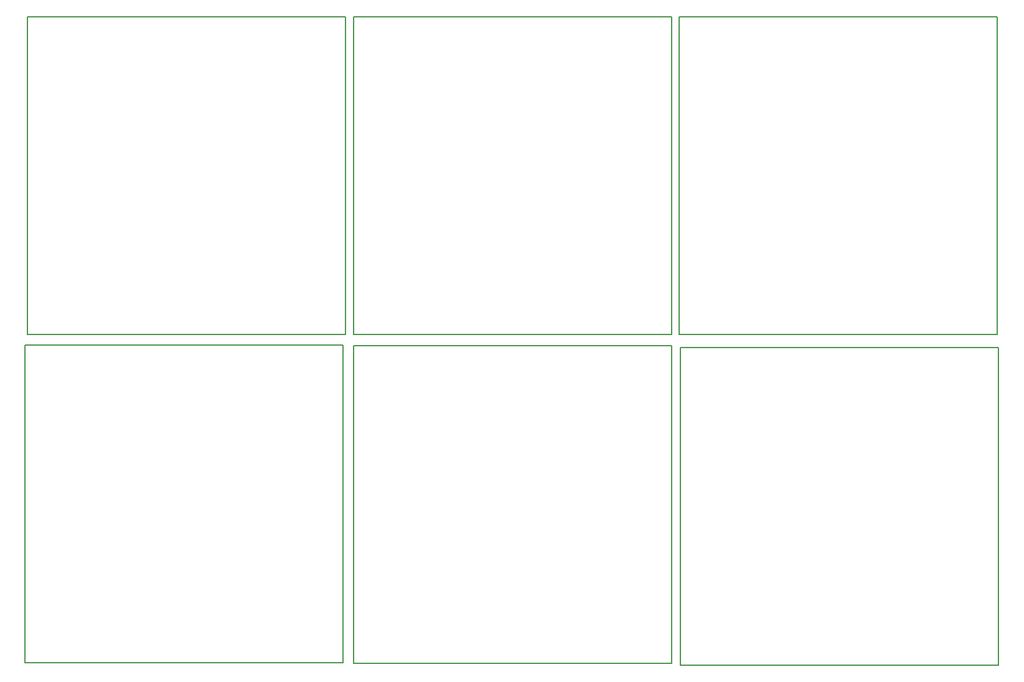
<source format=gbr>
G04 PROTEUS GERBER X2 FILE*
%TF.GenerationSoftware,Labcenter,Proteus,8.9-SP0-Build27865*%
%TF.CreationDate,2020-02-24T18:21:19+00:00*%
%TF.FileFunction,NonPlated,1,2,NPTH*%
%TF.FilePolarity,Positive*%
%TF.Part,Single*%
%TF.SameCoordinates,{bab694e6-e1a7-4f03-bc32-dd160c38e7b3}*%
%FSLAX45Y45*%
%MOMM*%
G01*
%TA.AperFunction,Profile*%
%ADD18C,0.203200*%
%TD.AperFunction*%
D18*
X-240000Y+660000D02*
X+4078000Y+660000D01*
X+4078000Y+4978000D01*
X-240000Y+4978000D01*
X-240000Y+660000D01*
X+4180000Y+660000D02*
X+8498000Y+660000D01*
X+8498000Y+4978000D01*
X+4180000Y+4978000D01*
X+4180000Y+660000D01*
X+4200000Y-3830000D02*
X+8518000Y-3830000D01*
X+8518000Y+488000D01*
X+4200000Y+488000D01*
X+4200000Y-3830000D01*
X-4670000Y+660000D02*
X-352000Y+660000D01*
X-352000Y+4978000D01*
X-4670000Y+4978000D01*
X-4670000Y+660000D01*
X-4700000Y-3800000D02*
X-382000Y-3800000D01*
X-382000Y+518000D01*
X-4700000Y+518000D01*
X-4700000Y-3800000D01*
X-240000Y-3810000D02*
X+4078000Y-3810000D01*
X+4078000Y+508000D01*
X-240000Y+508000D01*
X-240000Y-3810000D01*
M02*

</source>
